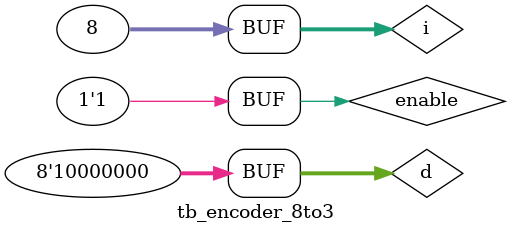
<source format=v>
`timescale aus/1ns
module tb_encoder_8to3();

    reg [7:0] d;
    reg enable;
    wire [2:0] y;

    integer i;

    // Instantiate the DUT
    encoder_8to3 ENC3_8 (
        .d(d),
        .enable(enable),
        .y(y)
    );

    // Create stimulus
    initial begin
        $monitor($time, "d=%b, y=%d", d,y);
        #1; d=0; enable=0;
        for (i=0;i<8;i=i+1) begin
            #1; d=(1<<i); enable=1;
        end
    end
endmodule
</source>
